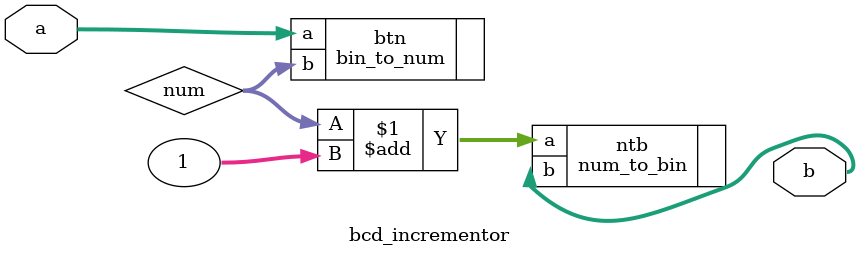
<source format=v>
`timescale 1ns / 1ps


module bcd_incrementor(input [11:0] a, output [11:0] b

    );
    wire [9:0] num;
    bin_to_num btn(.a(a), .b(num));
    num_to_bin ntb(.a(num+1), .b(b));
endmodule

</source>
